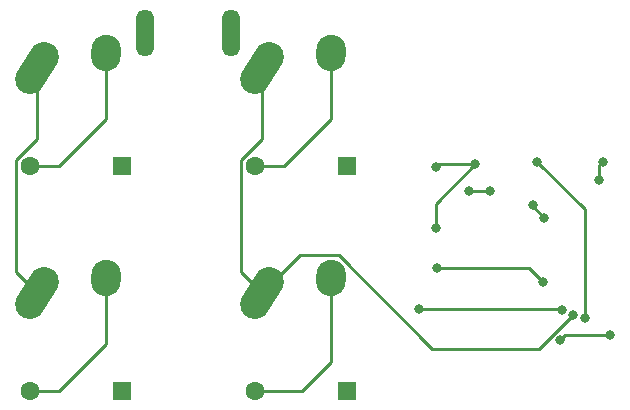
<source format=gtl>
%TF.GenerationSoftware,KiCad,Pcbnew,(6.0.2)*%
%TF.CreationDate,2022-04-17T22:42:43-04:00*%
%TF.ProjectId,macropadfr,6d616372-6f70-4616-9466-722e6b696361,rev?*%
%TF.SameCoordinates,Original*%
%TF.FileFunction,Copper,L1,Top*%
%TF.FilePolarity,Positive*%
%FSLAX46Y46*%
G04 Gerber Fmt 4.6, Leading zero omitted, Abs format (unit mm)*
G04 Created by KiCad (PCBNEW (6.0.2)) date 2022-04-17 22:42:43*
%MOMM*%
%LPD*%
G01*
G04 APERTURE LIST*
G04 Aperture macros list*
%AMHorizOval*
0 Thick line with rounded ends*
0 $1 width*
0 $2 $3 position (X,Y) of the first rounded end (center of the circle)*
0 $4 $5 position (X,Y) of the second rounded end (center of the circle)*
0 Add line between two ends*
20,1,$1,$2,$3,$4,$5,0*
0 Add two circle primitives to create the rounded ends*
1,1,$1,$2,$3*
1,1,$1,$4,$5*%
G04 Aperture macros list end*
%TA.AperFunction,ComponentPad*%
%ADD10HorizOval,2.500000X-0.604462X-0.948815X0.604462X0.948815X0*%
%TD*%
%TA.AperFunction,ComponentPad*%
%ADD11HorizOval,2.500000X-0.019724X-0.289328X0.019724X0.289328X0*%
%TD*%
%TA.AperFunction,ComponentPad*%
%ADD12R,1.600000X1.600000*%
%TD*%
%TA.AperFunction,ComponentPad*%
%ADD13C,1.600000*%
%TD*%
%TA.AperFunction,ComponentPad*%
%ADD14O,1.500000X4.000000*%
%TD*%
%TA.AperFunction,ViaPad*%
%ADD15C,0.800000*%
%TD*%
%TA.AperFunction,Conductor*%
%ADD16C,0.250000*%
%TD*%
G04 APERTURE END LIST*
D10*
%TO.P,K1,1*%
%TO.N,/col0*%
X158670000Y-79823750D03*
D11*
%TO.P,K1,2*%
%TO.N,/toD1*%
X164445000Y-78553750D03*
%TD*%
D10*
%TO.P,K4,1*%
%TO.N,/col1*%
X177720000Y-98873750D03*
D11*
%TO.P,K4,2*%
%TO.N,/toD4*%
X183495000Y-97603750D03*
%TD*%
D10*
%TO.P,K3,1*%
%TO.N,/col1*%
X177720000Y-79823750D03*
D11*
%TO.P,K3,2*%
%TO.N,/toD2*%
X183495000Y-78553750D03*
%TD*%
D10*
%TO.P,K2,1*%
%TO.N,/col0*%
X158670000Y-98873750D03*
D11*
%TO.P,K2,2*%
%TO.N,/toD3*%
X164445000Y-97603750D03*
%TD*%
D12*
%TO.P,D3,1,K*%
%TO.N,/row0*%
X184875000Y-88106250D03*
D13*
%TO.P,D3,2,A*%
%TO.N,/toD2*%
X177075000Y-88106250D03*
%TD*%
D12*
%TO.P,D2,1,K*%
%TO.N,/row1*%
X165825000Y-107156250D03*
D13*
%TO.P,D2,2,A*%
%TO.N,/toD3*%
X158025000Y-107156250D03*
%TD*%
D14*
%TO.P,Micro_USB1,6,SHIELD*%
%TO.N,GND*%
X175100000Y-76850000D03*
X167800000Y-76850000D03*
%TD*%
D12*
%TO.P,D4,1,K*%
%TO.N,/row1*%
X184875000Y-107156250D03*
D13*
%TO.P,D4,2,A*%
%TO.N,/toD4*%
X177075000Y-107156250D03*
%TD*%
D12*
%TO.P,D1,1,K*%
%TO.N,/row0*%
X165825000Y-88106250D03*
D13*
%TO.P,D1,2,A*%
%TO.N,/toD1*%
X158025000Y-88106250D03*
%TD*%
D15*
%TO.N,/row0*%
X192500000Y-96750000D03*
X201512299Y-97931750D03*
%TO.N,/col0*%
X191000000Y-100250000D03*
X203068546Y-100318545D03*
%TO.N,/col1*%
X204000000Y-100750000D03*
%TO.N,Net-(Rreset1-Pad2)*%
X205056750Y-101000000D03*
X201000000Y-87750000D03*
%TO.N,Net-(Cusb1-Pad2)*%
X195250000Y-90250000D03*
X197000000Y-90250000D03*
%TO.N,GND*%
X192400980Y-88207253D03*
X201570333Y-92500333D03*
X192406454Y-93343545D03*
X195756039Y-87981441D03*
X206220000Y-89290000D03*
X207168750Y-102393750D03*
X206520000Y-87778356D03*
X202893549Y-102881049D03*
X200595735Y-91425735D03*
%TD*%
D16*
%TO.N,/toD1*%
X160511954Y-88106250D02*
X158025000Y-88106250D01*
X164445000Y-84173204D02*
X160511954Y-88106250D01*
X164445000Y-78553750D02*
X164445000Y-84173204D01*
%TO.N,/row0*%
X192500000Y-96750000D02*
X200274598Y-96750000D01*
X200330549Y-96750000D02*
X201512299Y-97931750D01*
X200274598Y-96750000D02*
X200330549Y-96750000D01*
%TO.N,/toD3*%
X164445000Y-97603750D02*
X164445000Y-103223204D01*
X164445000Y-103223204D02*
X160511954Y-107156250D01*
X160511954Y-107156250D02*
X158025000Y-107156250D01*
%TO.N,/toD2*%
X183495000Y-78553750D02*
X183495000Y-84173204D01*
X179561954Y-88106250D02*
X177075000Y-88106250D01*
X183495000Y-84173204D02*
X179561954Y-88106250D01*
%TO.N,/toD4*%
X183495000Y-104755000D02*
X181093750Y-107156250D01*
X183495000Y-97603750D02*
X183495000Y-104755000D01*
X181093750Y-107156250D02*
X177075000Y-107156250D01*
%TO.N,/col0*%
X156900489Y-97104239D02*
X158670000Y-98873750D01*
X156900489Y-87640461D02*
X156900489Y-97104239D01*
X203000001Y-100250000D02*
X191000000Y-100250000D01*
X203068546Y-100318545D02*
X203000001Y-100250000D01*
X158670000Y-85870950D02*
X156900489Y-87640461D01*
X158670000Y-79823750D02*
X158670000Y-85870950D01*
%TO.N,/col1*%
X177720000Y-85870950D02*
X175950489Y-87640461D01*
X175950489Y-87640461D02*
X175950489Y-97104239D01*
X184183774Y-95699190D02*
X180894560Y-95699190D01*
X175950489Y-97104239D02*
X177720000Y-98873750D01*
X204000000Y-100750000D02*
X201130829Y-103619171D01*
X177720000Y-79823750D02*
X177720000Y-85870950D01*
X201130829Y-103619171D02*
X192103755Y-103619171D01*
X192103755Y-103619171D02*
X184183774Y-95699190D01*
X180894560Y-95699190D02*
X177720000Y-98873750D01*
%TO.N,Net-(Rreset1-Pad2)*%
X205056750Y-91806750D02*
X201000000Y-87750000D01*
X205056750Y-101000000D02*
X205056750Y-91806750D01*
%TO.N,Net-(Cusb1-Pad2)*%
X195250000Y-90250000D02*
X197000000Y-90250000D01*
%TO.N,GND*%
X206220000Y-88078356D02*
X206520000Y-87778356D01*
X192406454Y-91331026D02*
X195756039Y-87981441D01*
X200595735Y-91425735D02*
X200595735Y-91525735D01*
X192400980Y-88207253D02*
X192626792Y-87981441D01*
X206220000Y-89290000D02*
X206220000Y-88078356D01*
X203380848Y-102393750D02*
X207168750Y-102393750D01*
X192626792Y-87981441D02*
X195756039Y-87981441D01*
X202893549Y-102881049D02*
X203380848Y-102393750D01*
X200595735Y-91525735D02*
X201570333Y-92500333D01*
X192406454Y-93343545D02*
X192406454Y-91331026D01*
%TD*%
M02*

</source>
